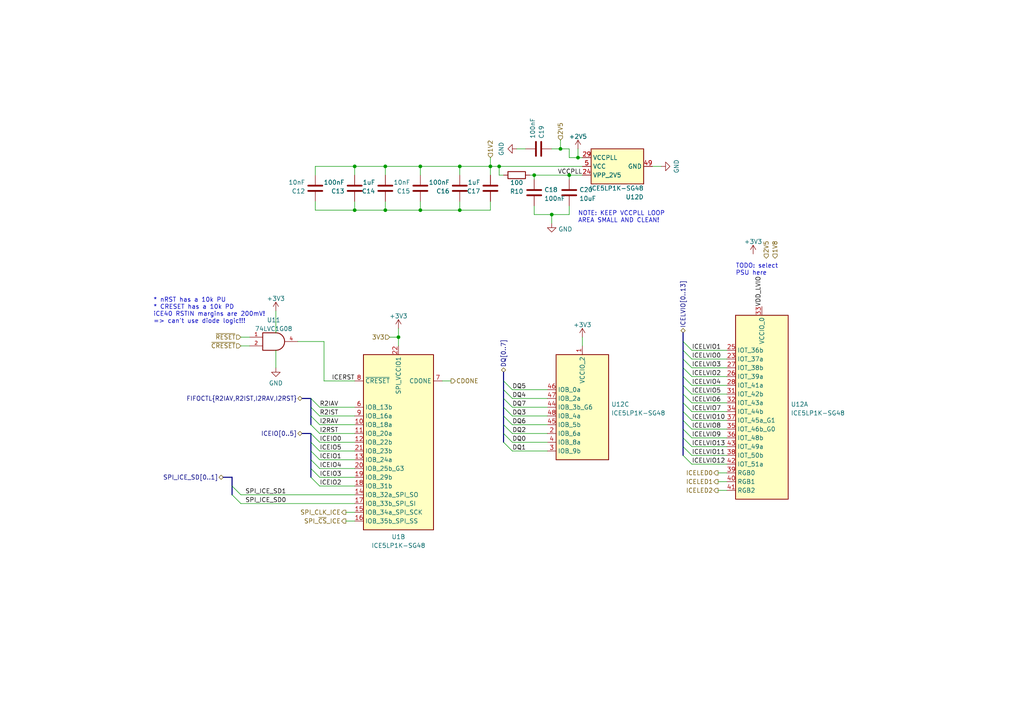
<source format=kicad_sch>
(kicad_sch (version 20211123) (generator eeschema)
  (paper "A4")
  (lib_symbols
    (symbol "74xGxx:74LVC1G08" (pin_names (offset 1.016))
      (property "Reference" "U" (at -2.54 3.81 0))
      (property "Value" "74LVC1G08" (at 0 -3.81 0))
      (symbol "74LVC1G08_0_1"
        (arc (start 0 -2.54) (mid 2.54 0) (end 0 2.54) (stroke (width 0.254)))
        (polyline (pts (xy 0 -2.54) (xy -3.81 -2.54) (xy -3.81 2.54) (xy 0 2.54)) (stroke (width 0.254)))
      )
      (symbol "74LVC1G08_1_1"
        (pin input line (at -7.62 1.27 0) (length 3.81) (name "~") (number "1"))
        (pin input line (at -7.62 -1.27 0) (length 3.81) (name "~") (number "2"))
        (pin power_in line (at 0 -2.54 270) (length 0) hide (name "GND") (number "3"))
        (pin output line (at 6.35 0 180) (length 3.81) (name "~") (number "4"))
        (pin power_in line (at 0 2.54 90) (length 0) hide (name "VCC") (number "5"))
      )
    )
    (symbol "Device:C" (pin_numbers hide) (pin_names (offset 0.254))
      (property "Reference" "C" (at 0.635 2.54 0))
      (property "Value" "C" (at 0.635 -2.54 0))
      (symbol "C_0_1"
        (polyline (pts (xy -2.032 -0.762) (xy 2.032 -0.762)) (stroke (width 0.508)))
        (polyline (pts (xy -2.032 0.762) (xy 2.032 0.762)) (stroke (width 0.508)))
      )
      (symbol "C_1_1"
        (pin passive line (at 0 3.81 270) (length 2.794) (name "~") (number "1"))
        (pin passive line (at 0 -3.81 90) (length 2.794) (name "~") (number "2"))
      )
    )
    (symbol "Device:R" (pin_numbers hide) (pin_names (offset 0))
      (property "Reference" "R" (at 2.032 0 90))
      (property "Value" "R" (at 0 0 90))
      (symbol "R_0_1"
        (rectangle (start -1.016 -2.54) (end 1.016 2.54) (stroke (width 0.254)))
      )
      (symbol "R_1_1"
        (pin passive line (at 0 3.81 270) (length 1.27) (name "~") (number "1"))
        (pin passive line (at 0 -3.81 90) (length 1.27) (name "~") (number "2"))
      )
    )
    (symbol "FPGA_Lattice:ICE5LP1K-SG48"
      (property "Reference" "U" (at -8.89 -29.21 0))
      (property "Value" "ICE5LP1K-SG48" (at 0 -31.75 0))
      (symbol "ICE5LP1K-SG48_1_1"
        (rectangle (start -7.62 25.4) (end 7.62 -27.94) (stroke (width 0.254)) (fill (type background)))
        (pin bidirectional line (at -10.16 12.7 0) (length 2.54) (name "IOT_37a") (number "23"))
        (pin bidirectional line (at -10.16 15.24 0) (length 2.54) (name "IOT_36b") (number "25"))
        (pin bidirectional line (at -10.16 7.62 0) (length 2.54) (name "IOT_39a") (number "26"))
        (pin bidirectional line (at -10.16 10.16 0) (length 2.54) (name "IOT_38b") (number "27"))
        (pin bidirectional line (at -10.16 5.08 0) (length 2.54) (name "IOT_41a") (number "28"))
        (pin bidirectional line (at -10.16 2.54 0) (length 2.54) (name "IOT_42b") (number "31"))
        (pin bidirectional line (at -10.16 0 0) (length 2.54) (name "IOT_43a") (number "32"))
        (pin power_in line (at 0 27.94 270) (length 2.54) (name "VCCIO_0") (number "33"))
        (pin bidirectional line (at -10.16 -2.54 0) (length 2.54) (name "IOT_44b") (number "34"))
        (pin bidirectional line (at -10.16 -7.62 0) (length 2.54) (name "IOT_46b_G0") (number "35"))
        (pin bidirectional line (at -10.16 -10.16 0) (length 2.54) (name "IOT_48b") (number "36"))
        (pin bidirectional line (at -10.16 -5.08 0) (length 2.54) (name "IOT_45a_G1") (number "37"))
        (pin bidirectional line (at -10.16 -15.24 0) (length 2.54) (name "IOT_50b") (number "38"))
        (pin open_collector line (at -10.16 -20.32 0) (length 2.54) (name "RGB0") (number "39"))
        (pin open_collector line (at -10.16 -22.86 0) (length 2.54) (name "RGB1") (number "40"))
        (pin open_collector line (at -10.16 -25.4 0) (length 2.54) (name "RGB2") (number "41"))
        (pin bidirectional line (at -10.16 -17.78 0) (length 2.54) (name "IOT_51a") (number "42"))
        (pin bidirectional line (at -10.16 -12.7 0) (length 2.54) (name "IOT_49a") (number "43"))
      )
      (symbol "ICE5LP1K-SG48_2_1"
        (rectangle (start -10.16 25.4) (end 10.16 -25.4) (stroke (width 0.254)) (fill (type background)))
        (pin bidirectional line (at -12.7 5.08 0) (length 2.54) (name "IOB_18a") (number "10"))
        (pin bidirectional line (at -12.7 2.54 0) (length 2.54) (name "IOB_20a") (number "11"))
        (pin bidirectional line (at -12.7 0 0) (length 2.54) (name "IOB_22b") (number "12"))
        (pin bidirectional line (at -12.7 -5.08 0) (length 2.54) (name "IOB_24a") (number "13"))
        (pin bidirectional line (at -12.7 -15.24 0) (length 2.54) (name "IOB_32a_SPI_SO") (number "14"))
        (pin bidirectional line (at -12.7 -20.32 0) (length 2.54) (name "IOB_34a_SPI_SCK") (number "15"))
        (pin bidirectional line (at -12.7 -22.86 0) (length 2.54) (name "IOB_35b_SPI_SS") (number "16"))
        (pin bidirectional line (at -12.7 -17.78 0) (length 2.54) (name "IOB_33b_SPI_SI") (number "17"))
        (pin bidirectional line (at -12.7 -12.7 0) (length 2.54) (name "IOB_31b") (number "18"))
        (pin bidirectional line (at -12.7 -10.16 0) (length 2.54) (name "IOB_29b") (number "19"))
        (pin bidirectional line (at -12.7 -7.62 0) (length 2.54) (name "IOB_25b_G3") (number "20"))
        (pin bidirectional line (at -12.7 -2.54 0) (length 2.54) (name "IOB_23b") (number "21"))
        (pin power_in line (at 0 27.94 270) (length 2.54) (name "SPI_VCCIO1") (number "22"))
        (pin bidirectional line (at -12.7 10.16 0) (length 2.54) (name "IOB_13b") (number "6"))
        (pin open_collector line (at 12.7 17.78 180) (length 2.54) (name "CDONE") (number "7"))
        (pin input line (at -12.7 17.78 0) (length 2.54) (name "~{CRESET}") (number "8"))
        (pin bidirectional line (at -12.7 7.62 0) (length 2.54) (name "IOB_16a") (number "9"))
      )
      (symbol "ICE5LP1K-SG48_3_1"
        (rectangle (start -7.62 15.24) (end 7.62 -15.24) (stroke (width 0.254)) (fill (type background)))
        (pin power_in line (at 0 17.78 270) (length 2.54) (name "VCCIO_2") (number "1"))
        (pin bidirectional line (at -10.16 -7.62 0) (length 2.54) (name "IOB_6a") (number "2"))
        (pin bidirectional line (at -10.16 -12.7 0) (length 2.54) (name "IOB_9b") (number "3"))
        (pin bidirectional line (at -10.16 -10.16 0) (length 2.54) (name "IOB_8a") (number "4"))
        (pin bidirectional line (at -10.16 0 0) (length 2.54) (name "IOB_3b_G6") (number "44"))
        (pin bidirectional line (at -10.16 -5.08 0) (length 2.54) (name "IOB_5b") (number "45"))
        (pin bidirectional line (at -10.16 5.08 0) (length 2.54) (name "IOB_0a") (number "46"))
        (pin bidirectional line (at -10.16 2.54 0) (length 2.54) (name "IOB_2a") (number "47"))
        (pin bidirectional line (at -10.16 -2.54 0) (length 2.54) (name "IOB_4a") (number "48"))
      )
      (symbol "ICE5LP1K-SG48_4_1"
        (rectangle (start -5.08 7.62) (end 5.08 -7.62) (stroke (width 0.254)) (fill (type background)))
        (pin power_in line (at -2.54 10.16 270) (length 2.54) (name "VPP_2V5") (number "24"))
        (pin power_out line (at 2.54 10.16 270) (length 2.54) (name "VCCPLL") (number "29"))
        (pin passive line (at 0 10.16 270) (length 2.54) hide (name "VCC") (number "30"))
        (pin power_in line (at 0 -10.16 90) (length 2.54) (name "GND") (number "49"))
        (pin power_in line (at 0 10.16 270) (length 2.54) (name "VCC") (number "5"))
      )
    )
    (symbol "power:+2V5" (power) (pin_names (offset 0))
      (property "Value" "+2V5" (at 0 3.556 0))
      (symbol "+2V5_0_1"
        (polyline (pts (xy -0.762 1.27) (xy 0 2.54)))
        (polyline (pts (xy 0 0) (xy 0 2.54)))
        (polyline (pts (xy 0 2.54) (xy 0.762 1.27)))
      )
      (symbol "+2V5_1_1"
        (pin power_in line (at 0 0 90) (length 0) hide (name "+2V5") (number "1"))
      )
    )
    (symbol "power:+3V3" (power) (pin_names (offset 0))
      (property "Value" "+3V3" (at 0 3.556 0))
      (symbol "+3V3_0_1"
        (polyline (pts (xy -0.762 1.27) (xy 0 2.54)))
        (polyline (pts (xy 0 0) (xy 0 2.54)))
        (polyline (pts (xy 0 2.54) (xy 0.762 1.27)))
      )
      (symbol "+3V3_1_1"
        (pin power_in line (at 0 0 90) (length 0) hide (name "+3V3") (number "1"))
      )
    )
    (symbol "power:GND" (power) (pin_names (offset 0))
      (property "Value" "GND" (at 0 -3.81 0))
      (symbol "GND_0_1"
        (polyline (pts (xy 0 0) (xy 0 -1.27) (xy 1.27 -1.27) (xy 0 -2.54) (xy -1.27 -1.27) (xy 0 -1.27)))
      )
      (symbol "GND_1_1"
        (pin power_in line (at 0 0 270) (length 0) hide (name "GND") (number "1"))
      )
    )
  )
  (junction (at 102.87 60.96))
  (junction (at 111.76 60.96))
  (junction (at 154.94 50.8))
  (junction (at 165.1 50.8))
  (junction (at 102.87 48.26))
  (junction (at 162.56 43.18))
  (junction (at 160.02 62.23))
  (junction (at 121.92 60.96))
  (junction (at 111.76 48.26))
  (junction (at 133.35 60.96))
  (junction (at 121.92 48.26))
  (junction (at 115.57 97.79))
  (junction (at 133.35 48.26))
  (junction (at 167.64 45.72))
  (junction (at 144.78 48.26))
  (junction (at 142.24 48.26))
  (bus_entry (at 200.66 101.6) (size -2.54 -2.54))
  (bus_entry (at 200.66 109.22) (size -2.54 -2.54))
  (bus_entry (at 92.71 123.19) (size -2.54 -2.54))
  (bus_entry (at 148.59 125.73) (size -2.54 -2.54))
  (bus_entry (at 92.71 130.81) (size -2.54 -2.54))
  (bus_entry (at 200.66 114.3) (size -2.54 -2.54))
  (bus_entry (at 92.71 118.11) (size -2.54 -2.54))
  (bus_entry (at 92.71 120.65) (size -2.54 -2.54))
  (bus_entry (at 92.71 135.89) (size -2.54 -2.54))
  (bus_entry (at 92.71 125.73) (size -2.54 -2.54))
  (bus_entry (at 200.66 104.14) (size -2.54 -2.54))
  (bus_entry (at 92.71 128.27) (size -2.54 -2.54))
  (bus_entry (at 148.59 113.03) (size -2.54 -2.54))
  (bus_entry (at 92.71 133.35) (size -2.54 -2.54))
  (bus_entry (at 200.66 111.76) (size -2.54 -2.54))
  (bus_entry (at 92.71 140.97) (size -2.54 -2.54))
  (bus_entry (at 67.31 140.97) (size 2.54 2.54))
  (bus_entry (at 67.31 143.51) (size 2.54 2.54))
  (bus_entry (at 92.71 138.43) (size -2.54 -2.54))
  (bus_entry (at 148.59 118.11) (size -2.54 -2.54))
  (bus_entry (at 148.59 130.81) (size -2.54 -2.54))
  (bus_entry (at 148.59 123.19) (size -2.54 -2.54))
  (bus_entry (at 148.59 115.57) (size -2.54 -2.54))
  (bus_entry (at 148.59 120.65) (size -2.54 -2.54))
  (bus_entry (at 200.66 106.68) (size -2.54 -2.54))
  (bus_entry (at 200.66 134.62) (size -2.54 -2.54))
  (bus_entry (at 200.66 116.84) (size -2.54 -2.54))
  (bus_entry (at 200.66 129.54) (size -2.54 -2.54))
  (bus_entry (at 200.66 132.08) (size -2.54 -2.54))
  (bus_entry (at 200.66 119.38) (size -2.54 -2.54))
  (bus_entry (at 200.66 121.92) (size -2.54 -2.54))
  (bus_entry (at 200.66 124.46) (size -2.54 -2.54))
  (bus_entry (at 200.66 127) (size -2.54 -2.54))
  (bus_entry (at 148.59 128.27) (size -2.54 -2.54))
  (wire (pts (xy 162.56 40.64) (xy 162.56 43.18)))
  (bus (pts (xy 198.12 129.54) (xy 198.12 127)))
  (wire (pts (xy 142.24 45.72) (xy 142.24 48.26)))
  (wire (pts (xy 210.82 121.92) (xy 200.66 121.92)))
  (bus (pts (xy 87.63 125.73) (xy 90.17 125.73)))
  (wire (pts (xy 80.01 90.17) (xy 80.01 96.52)))
  (wire (pts (xy 102.87 128.27) (xy 92.71 128.27)))
  (wire (pts (xy 168.91 97.79) (xy 168.91 100.33)))
  (wire (pts (xy 115.57 97.79) (xy 115.57 100.33)))
  (bus (pts (xy 198.12 109.22) (xy 198.12 106.68)))
  (wire (pts (xy 69.85 100.33) (xy 72.39 100.33)))
  (wire (pts (xy 168.91 48.26) (xy 144.78 48.26)))
  (wire (pts (xy 102.87 140.97) (xy 92.71 140.97)))
  (wire (pts (xy 158.75 115.57) (xy 148.59 115.57)))
  (wire (pts (xy 162.56 43.18) (xy 165.1 43.18)))
  (wire (pts (xy 146.05 50.8) (xy 144.78 50.8)))
  (wire (pts (xy 210.82 104.14) (xy 200.66 104.14)))
  (wire (pts (xy 158.75 125.73) (xy 148.59 125.73)))
  (wire (pts (xy 158.75 118.11) (xy 148.59 118.11)))
  (bus (pts (xy 90.17 118.11) (xy 90.17 120.65)))
  (bus (pts (xy 64.77 138.43) (xy 67.31 138.43)))
  (wire (pts (xy 102.87 135.89) (xy 92.71 135.89)))
  (bus (pts (xy 90.17 128.27) (xy 90.17 125.73)))
  (wire (pts (xy 210.82 124.46) (xy 200.66 124.46)))
  (wire (pts (xy 133.35 60.96) (xy 121.92 60.96)))
  (wire (pts (xy 158.75 113.03) (xy 148.59 113.03)))
  (wire (pts (xy 91.44 50.8) (xy 91.44 48.26)))
  (wire (pts (xy 102.87 60.96) (xy 102.87 58.42)))
  (wire (pts (xy 102.87 48.26) (xy 91.44 48.26)))
  (wire (pts (xy 142.24 50.8) (xy 142.24 48.26)))
  (bus (pts (xy 146.05 107.95) (xy 146.05 110.49)))
  (wire (pts (xy 111.76 50.8) (xy 111.76 48.26)))
  (wire (pts (xy 210.82 127) (xy 200.66 127)))
  (wire (pts (xy 128.27 110.49) (xy 130.81 110.49)))
  (bus (pts (xy 90.17 130.81) (xy 90.17 128.27)))
  (wire (pts (xy 158.75 130.81) (xy 148.59 130.81)))
  (wire (pts (xy 167.64 43.18) (xy 167.64 45.72)))
  (wire (pts (xy 102.87 60.96) (xy 91.44 60.96)))
  (bus (pts (xy 198.12 124.46) (xy 198.12 121.92)))
  (wire (pts (xy 208.28 139.7) (xy 210.82 139.7)))
  (bus (pts (xy 146.05 115.57) (xy 146.05 113.03)))
  (wire (pts (xy 111.76 60.96) (xy 102.87 60.96)))
  (bus (pts (xy 67.31 138.43) (xy 67.31 140.97)))
  (wire (pts (xy 121.92 60.96) (xy 111.76 60.96)))
  (bus (pts (xy 146.05 128.27) (xy 146.05 125.73)))
  (wire (pts (xy 102.87 125.73) (xy 92.71 125.73)))
  (wire (pts (xy 208.28 137.16) (xy 210.82 137.16)))
  (bus (pts (xy 198.12 116.84) (xy 198.12 114.3)))
  (bus (pts (xy 67.31 143.51) (xy 67.31 140.97)))
  (wire (pts (xy 93.98 99.06) (xy 93.98 110.49)))
  (wire (pts (xy 100.33 151.13) (xy 102.87 151.13)))
  (bus (pts (xy 87.63 115.57) (xy 90.17 115.57)))
  (wire (pts (xy 152.4 43.18) (xy 149.86 43.18)))
  (wire (pts (xy 189.23 48.26) (xy 191.77 48.26)))
  (bus (pts (xy 90.17 130.81) (xy 90.17 133.35)))
  (wire (pts (xy 142.24 60.96) (xy 133.35 60.96)))
  (wire (pts (xy 102.87 118.11) (xy 92.71 118.11)))
  (bus (pts (xy 198.12 127) (xy 198.12 124.46)))
  (wire (pts (xy 121.92 48.26) (xy 133.35 48.26)))
  (wire (pts (xy 133.35 50.8) (xy 133.35 48.26)))
  (wire (pts (xy 133.35 48.26) (xy 142.24 48.26)))
  (bus (pts (xy 90.17 138.43) (xy 90.17 135.89)))
  (wire (pts (xy 210.82 132.08) (xy 200.66 132.08)))
  (wire (pts (xy 158.75 123.19) (xy 148.59 123.19)))
  (wire (pts (xy 165.1 62.23) (xy 160.02 62.23)))
  (wire (pts (xy 86.36 99.06) (xy 93.98 99.06)))
  (wire (pts (xy 154.94 52.07) (xy 154.94 50.8)))
  (bus (pts (xy 198.12 119.38) (xy 198.12 116.84)))
  (bus (pts (xy 198.12 104.14) (xy 198.12 101.6)))
  (wire (pts (xy 210.82 134.62) (xy 200.66 134.62)))
  (bus (pts (xy 146.05 120.65) (xy 146.05 118.11)))
  (wire (pts (xy 165.1 52.07) (xy 165.1 50.8)))
  (wire (pts (xy 121.92 48.26) (xy 111.76 48.26)))
  (bus (pts (xy 90.17 118.11) (xy 90.17 115.57)))
  (bus (pts (xy 90.17 123.19) (xy 90.17 120.65)))
  (bus (pts (xy 198.12 121.92) (xy 198.12 119.38)))
  (wire (pts (xy 69.85 146.05) (xy 102.87 146.05)))
  (wire (pts (xy 210.82 109.22) (xy 200.66 109.22)))
  (wire (pts (xy 121.92 60.96) (xy 121.92 58.42)))
  (wire (pts (xy 133.35 60.96) (xy 133.35 58.42)))
  (wire (pts (xy 210.82 129.54) (xy 200.66 129.54)))
  (wire (pts (xy 113.03 97.79) (xy 115.57 97.79)))
  (wire (pts (xy 111.76 48.26) (xy 102.87 48.26)))
  (wire (pts (xy 210.82 111.76) (xy 200.66 111.76)))
  (wire (pts (xy 142.24 58.42) (xy 142.24 60.96)))
  (wire (pts (xy 210.82 116.84) (xy 200.66 116.84)))
  (wire (pts (xy 102.87 120.65) (xy 92.71 120.65)))
  (bus (pts (xy 146.05 125.73) (xy 146.05 123.19)))
  (wire (pts (xy 165.1 59.69) (xy 165.1 62.23)))
  (wire (pts (xy 208.28 142.24) (xy 210.82 142.24)))
  (wire (pts (xy 100.33 148.59) (xy 102.87 148.59)))
  (wire (pts (xy 102.87 138.43) (xy 92.71 138.43)))
  (wire (pts (xy 93.98 110.49) (xy 102.87 110.49)))
  (wire (pts (xy 165.1 43.18) (xy 165.1 45.72)))
  (wire (pts (xy 102.87 123.19) (xy 92.71 123.19)))
  (wire (pts (xy 80.01 101.6) (xy 80.01 106.68)))
  (wire (pts (xy 210.82 106.68) (xy 200.66 106.68)))
  (bus (pts (xy 146.05 118.11) (xy 146.05 115.57)))
  (wire (pts (xy 121.92 50.8) (xy 121.92 48.26)))
  (wire (pts (xy 168.91 50.8) (xy 165.1 50.8)))
  (wire (pts (xy 154.94 62.23) (xy 154.94 59.69)))
  (wire (pts (xy 168.91 45.72) (xy 167.64 45.72)))
  (wire (pts (xy 210.82 114.3) (xy 200.66 114.3)))
  (wire (pts (xy 69.85 97.79) (xy 72.39 97.79)))
  (wire (pts (xy 165.1 50.8) (xy 154.94 50.8)))
  (wire (pts (xy 160.02 62.23) (xy 160.02 64.77)))
  (wire (pts (xy 102.87 133.35) (xy 92.71 133.35)))
  (wire (pts (xy 158.75 120.65) (xy 148.59 120.65)))
  (bus (pts (xy 198.12 132.08) (xy 198.12 129.54)))
  (bus (pts (xy 198.12 111.76) (xy 198.12 109.22)))
  (wire (pts (xy 102.87 130.81) (xy 92.71 130.81)))
  (wire (pts (xy 210.82 101.6) (xy 200.66 101.6)))
  (bus (pts (xy 146.05 123.19) (xy 146.05 120.65)))
  (wire (pts (xy 154.94 50.8) (xy 153.67 50.8)))
  (bus (pts (xy 198.12 114.3) (xy 198.12 111.76)))
  (wire (pts (xy 210.82 119.38) (xy 200.66 119.38)))
  (bus (pts (xy 146.05 113.03) (xy 146.05 110.49)))
  (bus (pts (xy 198.12 101.6) (xy 198.12 99.06)))
  (bus (pts (xy 198.12 96.52) (xy 198.12 99.06)))
  (wire (pts (xy 69.85 143.51) (xy 102.87 143.51)))
  (wire (pts (xy 160.02 43.18) (xy 162.56 43.18)))
  (wire (pts (xy 158.75 128.27) (xy 148.59 128.27)))
  (bus (pts (xy 198.12 106.68) (xy 198.12 104.14)))
  (wire (pts (xy 167.64 45.72) (xy 165.1 45.72)))
  (wire (pts (xy 142.24 48.26) (xy 144.78 48.26)))
  (wire (pts (xy 115.57 97.79) (xy 115.57 95.25)))
  (wire (pts (xy 91.44 60.96) (xy 91.44 58.42)))
  (wire (pts (xy 144.78 50.8) (xy 144.78 48.26)))
  (wire (pts (xy 111.76 60.96) (xy 111.76 58.42)))
  (bus (pts (xy 90.17 133.35) (xy 90.17 135.89)))
  (wire (pts (xy 102.87 50.8) (xy 102.87 48.26)))
  (wire (pts (xy 160.02 62.23) (xy 154.94 62.23)))
  (text "* nRST has a 10k PU\n* CRESET has a 10k PD\niCE40 RSTIN margins are 200mV!\n=> can't use diode logic!!!" (at 44.45 93.98 0) (effects (font (size 1.27 1.27)) (justify left bottom)))
  (text "TODO: select\nPSU here" (at 213.36 80.01 0) (effects (font (size 1.27 1.27)) (justify left bottom)))
  (text "NOTE: KEEP VCCPLL LOOP\nAREA SMALL AND CLEAN!" (at 167.64 64.77 0) (effects (font (size 1.27 1.27)) (justify left bottom)))
  (label "ICEIO0" (at 92.71 128.27 0))
  (label "R2IST" (at 92.71 120.65 0))
  (label "DQ5" (at 148.59 113.03 0))
  (label "ICERST" (at 102.87 110.49 180))
  (label "DQ6" (at 148.59 123.19 0))
  (label "DQ2" (at 148.59 125.73 0))
  (label "ICELVIO6" (at 200.66 116.84 0))
  (label "VDD_LVIO" (at 220.98 88.9 90))
  (label "ICEIO5" (at 92.71 130.81 0))
  (label "I2RST" (at 92.71 125.73 0))
  (label "SPI_ICE_SD0" (at 71.12 146.05 0))
  (label "DQ0" (at 148.59 128.27 0))
  (label "ICELVIO4" (at 200.66 111.76 0))
  (label "ICELVIO11" (at 200.66 132.08 0))
  (label "I2RAV" (at 92.71 123.19 0))
  (label "DQ1" (at 148.59 130.81 0))
  (label "ICELVIO1" (at 200.66 101.6 0))
  (label "ICELVIO5" (at 200.66 114.3 0))
  (label "ICELVIO13" (at 200.66 129.54 0))
  (label "ICELVIO3" (at 200.66 106.68 0))
  (label "ICELVIO10" (at 200.66 121.92 0))
  (label "ICELVIO7" (at 200.66 119.38 0))
  (label "SPI_ICE_SD1" (at 71.12 143.51 0))
  (label "DQ4" (at 148.59 115.57 0))
  (label "VCCPLL" (at 168.91 50.8 180))
  (label "ICEIO2" (at 92.71 140.97 0))
  (label "ICEIO4" (at 92.71 135.89 0))
  (label "DQ3" (at 148.59 120.65 0))
  (label "DQ7" (at 148.59 118.11 0))
  (label "ICELVIO12" (at 200.66 134.62 0))
  (label "ICELVIO0" (at 200.66 104.14 0))
  (label "R2IAV" (at 92.71 118.11 0))
  (label "ICELVIO9" (at 200.66 127 0))
  (label "ICELVIO8" (at 200.66 124.46 0))
  (label "ICEIO1" (at 92.71 133.35 0))
  (label "ICELVIO2" (at 200.66 109.22 0))
  (label "ICEIO3" (at 92.71 138.43 0))
  (hierarchical_label "1V2" (shape input) (at 142.24 45.72 90))
  (hierarchical_label "ICEIO[0..5]" (shape bidirectional) (at 87.63 125.73 180))
  (hierarchical_label "CDONE" (shape output) (at 130.81 110.49 0))
  (hierarchical_label "DQ[0..7]" (shape bidirectional) (at 146.05 107.95 90))
  (hierarchical_label "ICELED2" (shape output) (at 208.28 142.24 180))
  (hierarchical_label "ICELED0" (shape output) (at 208.28 137.16 180))
  (hierarchical_label "~{CRESET}" (shape input) (at 69.85 100.33 180))
  (hierarchical_label "~{RESET}" (shape input) (at 69.85 97.79 180))
  (hierarchical_label "ICELVIO[0..13]" (shape bidirectional) (at 198.12 96.52 90))
  (hierarchical_label "1V8" (shape input) (at 224.79 74.93 90))
  (hierarchical_label "2V5" (shape input) (at 162.56 40.64 90))
  (hierarchical_label "SPI_CLK_ICE" (shape output) (at 100.33 148.59 180))
  (hierarchical_label "ICELED1" (shape output) (at 208.28 139.7 180))
  (hierarchical_label "2V5" (shape input) (at 222.25 74.93 90))
  (hierarchical_label "FIFOCTL{R2IAV,R2IST,I2RAV,I2RST}" (shape bidirectional) (at 87.63 115.57 180))
  (hierarchical_label "SPI_ICE_SD[0..1]" (shape bidirectional) (at 64.77 138.43 180))
  (hierarchical_label "SPI_~{CS}_ICE" (shape output) (at 100.33 151.13 180))
  (hierarchical_label "3V3" (shape input) (at 113.03 97.79 180))
  (symbol (lib_id "74xGxx:74LVC1G08") (at 80.01 99.06 0) (unit 1)
    (property "Reference" "U11" (at 79.375 92.8202 0))
    (property "Value" "74LVC1G08" (at 79.375 95.3571 0))
    (property "Footprint" "Package_TO_SOT_SMD:SOT-353_SC-70-5" (effects hide))
    (property "Datasheet" "http://www.ti.com/lit/sg/scyt129e/scyt129e.pdf" (effects hide))
  )
  (symbol (lib_id "power:GND") (at 191.77 48.26 90) (unit 1)
    (property "Reference" "#PWR037" (effects hide))
    (property "Value" "GND" (at 196.2134 48.26 0))
  )
  (symbol (lib_id "Device:C") (at 156.21 43.18 270) (mirror x) (unit 1)
    (property "Reference" "C19" (at 157.0447 40.259 0) (effects (justify left)))
    (property "Value" "100nF" (at 154.5078 40.259 0) (effects (justify left)))
  )
  (symbol (lib_id "FPGA_Lattice:ICE5LP1K-SG48") (at 115.57 128.27 0) (unit 2)
    (property "Reference" "U1" (at 115.57 155.7004 0))
    (property "Value" "ICE5LP1K-SG48" (at 115.57 158.2373 0))
    (property "Footprint" "Package_DFN_QFN:QFN-48-1EP_7x7mm_P0.5mm_EP5.6x5.6mm" (effects hide))
    (property "Datasheet" "http://www.latticesemi.com/Products/FPGAandCPLD/iCE40Ultra" (effects hide))
  )
  (symbol (lib_id "power:+3V3") (at 115.57 95.25 0) (unit 1)
    (property "Reference" "#PWR032" (effects hide))
    (property "Value" "+3V3" (at 115.57 91.6742 0))
  )
  (symbol (lib_id "Device:C") (at 91.44 54.61 180) (unit 1)
    (property "Reference" "C12" (at 88.519 55.4447 0) (effects (justify left)))
    (property "Value" "10nF" (at 88.519 52.9078 0) (effects (justify left)))
  )
  (symbol (lib_id "FPGA_Lattice:ICE5LP1K-SG48") (at 179.07 48.26 90) (unit 4)
    (property "Reference" "U12" (at 186.69 57.1469 90) (effects (justify left)))
    (property "Value" "ICE5LP1K-SG48" (at 186.69 54.61 90) (effects (justify left)))
    (property "Footprint" "Package_DFN_QFN:QFN-48-1EP_7x7mm_P0.5mm_EP5.6x5.6mm" (effects hide))
    (property "Datasheet" "http://www.latticesemi.com/Products/FPGAandCPLD/iCE40Ultra" (effects hide))
  )
  (symbol (lib_id "power:+3V3") (at 80.01 90.17 0) (unit 1)
    (property "Reference" "#PWR030" (effects hide))
    (property "Value" "+3V3" (at 80.01 86.5942 0))
  )
  (symbol (lib_id "Device:C") (at 102.87 54.61 180) (unit 1)
    (property "Reference" "C13" (at 99.949 55.4447 0) (effects (justify left)))
    (property "Value" "100nF" (at 99.949 52.9078 0) (effects (justify left)))
  )
  (symbol (lib_id "Device:C") (at 154.94 55.88 0) (unit 1)
    (property "Reference" "C18" (at 157.861 55.0453 0) (effects (justify left)))
    (property "Value" "100nF" (at 157.861 57.5822 0) (effects (justify left)))
  )
  (symbol (lib_id "power:GND") (at 160.02 64.77 0) (mirror y) (unit 1)
    (property "Reference" "#PWR034" (effects hide))
    (property "Value" "GND" (at 161.925 66.4738 0) (effects (justify right)))
  )
  (symbol (lib_id "Device:C") (at 142.24 54.61 180) (unit 1)
    (property "Reference" "C17" (at 139.319 55.4447 0) (effects (justify left)))
    (property "Value" "1uF" (at 139.319 52.9078 0) (effects (justify left)))
  )
  (symbol (lib_id "FPGA_Lattice:ICE5LP1K-SG48") (at 220.98 116.84 0) (unit 1)
    (property "Reference" "U12" (at 229.362 117.2753 0) (effects (justify left)))
    (property "Value" "ICE5LP1K-SG48" (at 229.362 119.8122 0) (effects (justify left)))
    (property "Footprint" "Package_DFN_QFN:QFN-48-1EP_7x7mm_P0.5mm_EP5.6x5.6mm" (effects hide))
    (property "Datasheet" "http://www.latticesemi.com/Products/FPGAandCPLD/iCE40Ultra" (effects hide))
  )
  (symbol (lib_id "power:GND") (at 149.86 43.18 270) (mirror x) (unit 1)
    (property "Reference" "#PWR033" (effects hide))
    (property "Value" "GND" (at 145.4166 43.18 0))
  )
  (symbol (lib_id "Device:C") (at 133.35 54.61 180) (unit 1)
    (property "Reference" "C16" (at 130.429 55.4447 0) (effects (justify left)))
    (property "Value" "100nF" (at 130.429 52.9078 0) (effects (justify left)))
  )
  (symbol (lib_id "power:GND") (at 80.01 106.68 0) (unit 1)
    (property "Reference" "#PWR031" (effects hide))
    (property "Value" "GND" (at 80.01 111.1234 0))
  )
  (symbol (lib_id "Device:R") (at 149.86 50.8 270) (unit 1)
    (property "Reference" "R10" (at 149.86 55.5158 90))
    (property "Value" "100" (at 149.86 52.9789 90))
  )
  (symbol (lib_id "Device:C") (at 121.92 54.61 180) (unit 1)
    (property "Reference" "C15" (at 118.999 55.4447 0) (effects (justify left)))
    (property "Value" "10nF" (at 118.999 52.9078 0) (effects (justify left)))
  )
  (symbol (lib_id "power:+2V5") (at 167.64 43.18 0) (mirror y) (unit 1)
    (property "Reference" "#PWR035" (effects hide))
    (property "Value" "+2V5" (at 167.64 39.6042 0))
  )
  (symbol (lib_id "power:+3V3") (at 218.44 73.66 0) (unit 1)
    (property "Reference" "#PWR038" (effects hide))
    (property "Value" "+3V3" (at 218.44 70.0842 0))
  )
  (symbol (lib_id "FPGA_Lattice:ICE5LP1K-SG48") (at 168.91 118.11 0) (unit 3)
    (property "Reference" "U12" (at 177.292 117.2753 0) (effects (justify left)))
    (property "Value" "ICE5LP1K-SG48" (at 177.292 119.8122 0) (effects (justify left)))
    (property "Footprint" "Package_DFN_QFN:QFN-48-1EP_7x7mm_P0.5mm_EP5.6x5.6mm" (effects hide))
    (property "Datasheet" "http://www.latticesemi.com/Products/FPGAandCPLD/iCE40Ultra" (effects hide))
  )
  (symbol (lib_id "Device:C") (at 111.76 54.61 180) (unit 1)
    (property "Reference" "C14" (at 108.839 55.4447 0) (effects (justify left)))
    (property "Value" "1uF" (at 108.839 52.9078 0) (effects (justify left)))
  )
  (symbol (lib_id "Device:C") (at 165.1 55.88 0) (unit 1)
    (property "Reference" "C20" (at 168.021 55.0453 0) (effects (justify left)))
    (property "Value" "10uF" (at 168.021 57.5822 0) (effects (justify left)))
  )
  (symbol (lib_id "power:+3V3") (at 168.91 97.79 0) (unit 1)
    (property "Reference" "#PWR036" (effects hide))
    (property "Value" "+3V3" (at 168.91 94.2142 0))
  )
)
</source>
